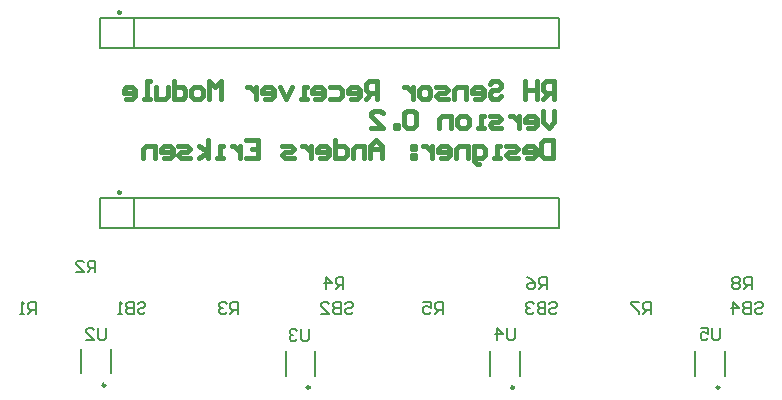
<source format=gbr>
%TF.GenerationSoftware,Altium Limited,Altium Designer,25.6.2 (33)*%
G04 Layer_Color=32896*
%FSLAX45Y45*%
%MOMM*%
%TF.SameCoordinates,85768DE1-254B-4F2A-BBB9-FB77CA5A1332*%
%TF.FilePolarity,Positive*%
%TF.FileFunction,Legend,Bot*%
%TF.Part,Single*%
G01*
G75*
%TA.AperFunction,NonConductor*%
%ADD27C,0.25000*%
%ADD28C,0.20000*%
%ADD31C,0.40000*%
D27*
X1079300Y2207000D02*
G03*
X1079300Y2207000I-12500J0D01*
G01*
X6147500Y554792D02*
G03*
X6147500Y554792I-12500J0D01*
G01*
X2677500D02*
G03*
X2677500Y554792I-12500J0D01*
G01*
X4407500D02*
G03*
X4407500Y554792I-12500J0D01*
G01*
X947500Y574792D02*
G03*
X947500Y574792I-12500J0D01*
G01*
X1079300Y3731000D02*
G03*
X1079300Y3731000I-12500J0D01*
G01*
D28*
X901800Y1905000D02*
X4787800D01*
Y2159000D01*
X901800D02*
X4787800D01*
X901800Y1905000D02*
Y2159000D01*
X1193800Y1905000D02*
Y2159000D01*
X6196250Y655000D02*
Y865000D01*
X5943750Y655000D02*
Y865000D01*
X2726250Y655000D02*
Y865000D01*
X2473750Y655000D02*
Y865000D01*
X4456250Y655000D02*
Y865000D01*
X4203750Y655000D02*
Y865000D01*
X743750Y675000D02*
Y885000D01*
X996250Y675000D02*
Y885000D01*
X1193800Y3429000D02*
Y3683000D01*
X901800Y3429000D02*
Y3683000D01*
X4787800D01*
Y3429000D02*
Y3683000D01*
X901800Y3429000D02*
X4787800D01*
X6153306Y1059984D02*
Y976677D01*
X6136645Y960016D01*
X6103323D01*
X6086661Y976677D01*
Y1059984D01*
X5986694D02*
X6053339D01*
Y1010000D01*
X6020016Y1026661D01*
X6003355D01*
X5986694Y1010000D01*
Y976677D01*
X6003355Y960016D01*
X6036677D01*
X6053339Y976677D01*
X4413306Y1059984D02*
Y976677D01*
X4396645Y960016D01*
X4363322D01*
X4346661Y976677D01*
Y1059984D01*
X4263355Y960016D02*
Y1059984D01*
X4313339Y1010000D01*
X4246694D01*
X2673306Y1049984D02*
Y966678D01*
X2656645Y950016D01*
X2623322D01*
X2606661Y966678D01*
Y1049984D01*
X2573339Y1033323D02*
X2556677Y1049984D01*
X2523355D01*
X2506693Y1033323D01*
Y1016661D01*
X2523355Y1000000D01*
X2540016D01*
X2523355D01*
X2506693Y983339D01*
Y966678D01*
X2523355Y950016D01*
X2556677D01*
X2573339Y966678D01*
X6446645Y1263323D02*
X6463306Y1279984D01*
X6496629D01*
X6513290Y1263323D01*
Y1246661D01*
X6496629Y1230000D01*
X6463306D01*
X6446645Y1213339D01*
Y1196678D01*
X6463306Y1180016D01*
X6496629D01*
X6513290Y1196678D01*
X6413322Y1279984D02*
Y1180016D01*
X6363339D01*
X6346677Y1196678D01*
Y1213339D01*
X6363339Y1230000D01*
X6413322D01*
X6363339D01*
X6346677Y1246661D01*
Y1263323D01*
X6363339Y1279984D01*
X6413322D01*
X6263371Y1180016D02*
Y1279984D01*
X6313355Y1230000D01*
X6246710D01*
X4706645Y1263323D02*
X4723307Y1279984D01*
X4756629D01*
X4773290Y1263323D01*
Y1246661D01*
X4756629Y1230000D01*
X4723307D01*
X4706645Y1213339D01*
Y1196678D01*
X4723307Y1180016D01*
X4756629D01*
X4773290Y1196678D01*
X4673323Y1279984D02*
Y1180016D01*
X4623339D01*
X4606678Y1196678D01*
Y1213339D01*
X4623339Y1230000D01*
X4673323D01*
X4623339D01*
X4606678Y1246661D01*
Y1263323D01*
X4623339Y1279984D01*
X4673323D01*
X4573355Y1263323D02*
X4556693Y1279984D01*
X4523371D01*
X4506710Y1263323D01*
Y1246661D01*
X4523371Y1230000D01*
X4540032D01*
X4523371D01*
X4506710Y1213339D01*
Y1196678D01*
X4523371Y1180016D01*
X4556693D01*
X4573355Y1196678D01*
X2976645Y1263323D02*
X2993306Y1279984D01*
X3026629D01*
X3043290Y1263323D01*
Y1246661D01*
X3026629Y1230000D01*
X2993306D01*
X2976645Y1213339D01*
Y1196678D01*
X2993306Y1180016D01*
X3026629D01*
X3043290Y1196678D01*
X2943323Y1279984D02*
Y1180016D01*
X2893339D01*
X2876678Y1196678D01*
Y1213339D01*
X2893339Y1230000D01*
X2943323D01*
X2893339D01*
X2876678Y1246661D01*
Y1263323D01*
X2893339Y1279984D01*
X2943323D01*
X2776710Y1180016D02*
X2843355D01*
X2776710Y1246661D01*
Y1263323D01*
X2793371Y1279984D01*
X2826693D01*
X2843355Y1263323D01*
X1219984D02*
X1236645Y1279984D01*
X1269967D01*
X1286629Y1263323D01*
Y1246661D01*
X1269967Y1230000D01*
X1236645D01*
X1219984Y1213339D01*
Y1196678D01*
X1236645Y1180016D01*
X1269967D01*
X1286629Y1196678D01*
X1186661Y1279984D02*
Y1180016D01*
X1136677D01*
X1120016Y1196678D01*
Y1213339D01*
X1136677Y1230000D01*
X1186661D01*
X1136677D01*
X1120016Y1246661D01*
Y1263323D01*
X1136677Y1279984D01*
X1186661D01*
X1086693Y1180016D02*
X1053371D01*
X1070032D01*
Y1279984D01*
X1086693Y1263323D01*
X6423306Y1390016D02*
Y1489984D01*
X6373323D01*
X6356661Y1473322D01*
Y1440000D01*
X6373323Y1423339D01*
X6423306D01*
X6389984D02*
X6356661Y1390016D01*
X6323339Y1473322D02*
X6306677Y1489984D01*
X6273355D01*
X6256694Y1473322D01*
Y1456661D01*
X6273355Y1440000D01*
X6256694Y1423339D01*
Y1406677D01*
X6273355Y1390016D01*
X6306677D01*
X6323339Y1406677D01*
Y1423339D01*
X6306677Y1440000D01*
X6323339Y1456661D01*
Y1473322D01*
X6306677Y1440000D02*
X6273355D01*
X5563306Y1180016D02*
Y1279984D01*
X5513322D01*
X5496661Y1263323D01*
Y1230000D01*
X5513322Y1213339D01*
X5563306D01*
X5529984D02*
X5496661Y1180016D01*
X5463339Y1279984D02*
X5396694D01*
Y1263323D01*
X5463339Y1196678D01*
Y1180016D01*
X4683306Y1390016D02*
Y1489984D01*
X4633322D01*
X4616661Y1473322D01*
Y1440000D01*
X4633322Y1423339D01*
X4683306D01*
X4649984D02*
X4616661Y1390016D01*
X4516694Y1489984D02*
X4550016Y1473322D01*
X4583339Y1440000D01*
Y1406677D01*
X4566677Y1390016D01*
X4533355D01*
X4516694Y1406677D01*
Y1423339D01*
X4533355Y1440000D01*
X4583339D01*
X3803306Y1180016D02*
Y1279984D01*
X3753322D01*
X3736661Y1263323D01*
Y1230000D01*
X3753322Y1213339D01*
X3803306D01*
X3769984D02*
X3736661Y1180016D01*
X3636694Y1279984D02*
X3703339D01*
Y1230000D01*
X3670016Y1246661D01*
X3653355D01*
X3636694Y1230000D01*
Y1196678D01*
X3653355Y1180016D01*
X3686677D01*
X3703339Y1196678D01*
X2963306Y1390016D02*
Y1489984D01*
X2913323D01*
X2896661Y1473322D01*
Y1440000D01*
X2913323Y1423339D01*
X2963306D01*
X2929984D02*
X2896661Y1390016D01*
X2813355D02*
Y1489984D01*
X2863339Y1440000D01*
X2796694D01*
X2073306Y1180016D02*
Y1279984D01*
X2023323D01*
X2006661Y1263323D01*
Y1230000D01*
X2023323Y1213339D01*
X2073306D01*
X2039984D02*
X2006661Y1180016D01*
X1973339Y1263323D02*
X1956677Y1279984D01*
X1923355D01*
X1906694Y1263323D01*
Y1246661D01*
X1923355Y1230000D01*
X1940016D01*
X1923355D01*
X1906694Y1213339D01*
Y1196678D01*
X1923355Y1180016D01*
X1956677D01*
X1973339Y1196678D01*
X863306Y1530016D02*
Y1629984D01*
X813322D01*
X796661Y1613322D01*
Y1580000D01*
X813322Y1563339D01*
X863306D01*
X829984D02*
X796661Y1530016D01*
X696694D02*
X763339D01*
X696694Y1596661D01*
Y1613322D01*
X713355Y1629984D01*
X746677D01*
X763339Y1613322D01*
X356645Y1180016D02*
Y1279984D01*
X306661D01*
X290000Y1263323D01*
Y1230000D01*
X306661Y1213339D01*
X356645D01*
X323322D02*
X290000Y1180016D01*
X256677D02*
X223355D01*
X240016D01*
Y1279984D01*
X256677Y1263323D01*
X953306Y1059984D02*
Y976677D01*
X936645Y960016D01*
X903323D01*
X886661Y976677D01*
Y1059984D01*
X786694Y960016D02*
X853339D01*
X786694Y1026661D01*
Y1043323D01*
X803355Y1059984D01*
X836677D01*
X853339Y1043323D01*
D31*
X4750000Y2899951D02*
Y2799984D01*
X4700016Y2750000D01*
X4650033Y2799984D01*
Y2899951D01*
X4525073Y2750000D02*
X4575057D01*
X4600049Y2774992D01*
Y2824976D01*
X4575057Y2849967D01*
X4525073D01*
X4500081Y2824976D01*
Y2799984D01*
X4600049D01*
X4450097Y2849967D02*
Y2750000D01*
Y2799984D01*
X4425105Y2824976D01*
X4400113Y2849967D01*
X4375122D01*
X4300146Y2750000D02*
X4225170D01*
X4200178Y2774992D01*
X4225170Y2799984D01*
X4275154D01*
X4300146Y2824976D01*
X4275154Y2849967D01*
X4200178D01*
X4150194Y2750000D02*
X4100210D01*
X4125203D01*
Y2849967D01*
X4150194D01*
X4000243Y2750000D02*
X3950259D01*
X3925267Y2774992D01*
Y2824976D01*
X3950259Y2849967D01*
X4000243D01*
X4025235Y2824976D01*
Y2774992D01*
X4000243Y2750000D01*
X3875283D02*
Y2849967D01*
X3800308D01*
X3775316Y2824976D01*
Y2750000D01*
X3575380Y2874959D02*
X3550389Y2899951D01*
X3500405D01*
X3475413Y2874959D01*
Y2774992D01*
X3500405Y2750000D01*
X3550389D01*
X3575380Y2774992D01*
Y2874959D01*
X3425429Y2750000D02*
Y2774992D01*
X3400437D01*
Y2750000D01*
X3425429D01*
X3200502D02*
X3300469D01*
X3200502Y2849967D01*
Y2874959D01*
X3225494Y2899951D01*
X3275478D01*
X3300469Y2874959D01*
X4740000Y2649935D02*
Y2499984D01*
X4665024D01*
X4640033Y2524976D01*
Y2624943D01*
X4665024Y2649935D01*
X4740000D01*
X4515073Y2499984D02*
X4565057D01*
X4590049Y2524976D01*
Y2574960D01*
X4565057Y2599951D01*
X4515073D01*
X4490081Y2574960D01*
Y2549968D01*
X4590049D01*
X4440097Y2499984D02*
X4365122D01*
X4340130Y2524976D01*
X4365122Y2549968D01*
X4415105D01*
X4440097Y2574960D01*
X4415105Y2599951D01*
X4340130D01*
X4290146Y2499984D02*
X4240162D01*
X4265154D01*
Y2599951D01*
X4290146D01*
X4115202Y2450000D02*
X4090211D01*
X4065219Y2474992D01*
Y2599951D01*
X4140194D01*
X4165186Y2574960D01*
Y2524976D01*
X4140194Y2499984D01*
X4065219D01*
X4015235D02*
Y2599951D01*
X3940259D01*
X3915267Y2574960D01*
Y2499984D01*
X3790308D02*
X3840292D01*
X3865283Y2524976D01*
Y2574960D01*
X3840292Y2599951D01*
X3790308D01*
X3765316Y2574960D01*
Y2549968D01*
X3865283D01*
X3715332Y2599951D02*
Y2499984D01*
Y2549968D01*
X3690340Y2574960D01*
X3665348Y2599951D01*
X3640356D01*
X3565380D02*
X3540389D01*
Y2574960D01*
X3565380D01*
Y2599951D01*
Y2524976D02*
X3540389D01*
Y2499984D01*
X3565380D01*
Y2524976D01*
X3290469Y2499984D02*
Y2599951D01*
X3240486Y2649935D01*
X3190502Y2599951D01*
Y2499984D01*
Y2574960D01*
X3290469D01*
X3140518Y2499984D02*
Y2599951D01*
X3065542D01*
X3040550Y2574960D01*
Y2499984D01*
X2890599Y2649935D02*
Y2499984D01*
X2965575D01*
X2990567Y2524976D01*
Y2574960D01*
X2965575Y2599951D01*
X2890599D01*
X2765639Y2499984D02*
X2815623D01*
X2840615Y2524976D01*
Y2574960D01*
X2815623Y2599951D01*
X2765639D01*
X2740648Y2574960D01*
Y2549968D01*
X2840615D01*
X2690664Y2599951D02*
Y2499984D01*
Y2549968D01*
X2665672Y2574960D01*
X2640680Y2599951D01*
X2615688D01*
X2540712Y2499984D02*
X2465736D01*
X2440745Y2524976D01*
X2465736Y2549968D01*
X2515720D01*
X2540712Y2574960D01*
X2515720Y2599951D01*
X2440745D01*
X2140842Y2649935D02*
X2240809D01*
Y2499984D01*
X2140842D01*
X2240809Y2574960D02*
X2190825D01*
X2090858Y2599951D02*
Y2499984D01*
Y2549968D01*
X2065866Y2574960D01*
X2040874Y2599951D01*
X2015882D01*
X1940906Y2499984D02*
X1890923D01*
X1915915D01*
Y2599951D01*
X1940906D01*
X1815947Y2499984D02*
Y2649935D01*
Y2549968D02*
X1740971Y2599951D01*
X1815947Y2549968D02*
X1740971Y2499984D01*
X1665995D02*
X1591020D01*
X1566028Y2524976D01*
X1591020Y2549968D01*
X1641004D01*
X1665995Y2574960D01*
X1641004Y2599951D01*
X1566028D01*
X1441068Y2499984D02*
X1491052D01*
X1516044Y2524976D01*
Y2574960D01*
X1491052Y2599951D01*
X1441068D01*
X1416076Y2574960D01*
Y2549968D01*
X1516044D01*
X1366093Y2499984D02*
Y2599951D01*
X1291117D01*
X1266125Y2574960D01*
Y2499984D01*
X4750000Y3000000D02*
Y3149951D01*
X4675024D01*
X4650033Y3124959D01*
Y3074976D01*
X4675024Y3049984D01*
X4750000D01*
X4700016D02*
X4650033Y3000000D01*
X4600049Y3149951D02*
Y3000000D01*
Y3074976D01*
X4500081D01*
Y3149951D01*
Y3000000D01*
X4200178Y3124959D02*
X4225170Y3149951D01*
X4275154D01*
X4300146Y3124959D01*
Y3099967D01*
X4275154Y3074976D01*
X4225170D01*
X4200178Y3049984D01*
Y3024992D01*
X4225170Y3000000D01*
X4275154D01*
X4300146Y3024992D01*
X4075219Y3000000D02*
X4125203D01*
X4150194Y3024992D01*
Y3074976D01*
X4125203Y3099967D01*
X4075219D01*
X4050227Y3074976D01*
Y3049984D01*
X4150194D01*
X4000243Y3000000D02*
Y3099967D01*
X3925267D01*
X3900275Y3074976D01*
Y3000000D01*
X3850292D02*
X3775316D01*
X3750324Y3024992D01*
X3775316Y3049984D01*
X3825300D01*
X3850292Y3074976D01*
X3825300Y3099967D01*
X3750324D01*
X3675348Y3000000D02*
X3625364D01*
X3600373Y3024992D01*
Y3074976D01*
X3625364Y3099967D01*
X3675348D01*
X3700340Y3074976D01*
Y3024992D01*
X3675348Y3000000D01*
X3550389Y3099967D02*
Y3000000D01*
Y3049984D01*
X3525397Y3074976D01*
X3500405Y3099967D01*
X3475413D01*
X3250486Y3000000D02*
Y3149951D01*
X3175510D01*
X3150518Y3124959D01*
Y3074976D01*
X3175510Y3049984D01*
X3250486D01*
X3200502D02*
X3150518Y3000000D01*
X3025559D02*
X3075542D01*
X3100534Y3024992D01*
Y3074976D01*
X3075542Y3099967D01*
X3025559D01*
X3000567Y3074976D01*
Y3049984D01*
X3100534D01*
X2850615Y3099967D02*
X2925591D01*
X2950583Y3074976D01*
Y3024992D01*
X2925591Y3000000D01*
X2850615D01*
X2725656D02*
X2775640D01*
X2800631Y3024992D01*
Y3074976D01*
X2775640Y3099967D01*
X2725656D01*
X2700664Y3074976D01*
Y3049984D01*
X2800631D01*
X2650680Y3000000D02*
X2600696D01*
X2625688D01*
Y3099967D01*
X2650680D01*
X2525720D02*
X2475736Y3000000D01*
X2425753Y3099967D01*
X2300793Y3000000D02*
X2350777D01*
X2375769Y3024992D01*
Y3074976D01*
X2350777Y3099967D01*
X2300793D01*
X2275801Y3074976D01*
Y3049984D01*
X2375769D01*
X2225817Y3099967D02*
Y3000000D01*
Y3049984D01*
X2200826Y3074976D01*
X2175834Y3099967D01*
X2150842D01*
X1925915Y3000000D02*
Y3149951D01*
X1875931Y3099967D01*
X1825947Y3149951D01*
Y3000000D01*
X1750971D02*
X1700987D01*
X1675996Y3024992D01*
Y3074976D01*
X1700987Y3099967D01*
X1750971D01*
X1775963Y3074976D01*
Y3024992D01*
X1750971Y3000000D01*
X1526044Y3149951D02*
Y3000000D01*
X1601020D01*
X1626012Y3024992D01*
Y3074976D01*
X1601020Y3099967D01*
X1526044D01*
X1476060D02*
Y3024992D01*
X1451068Y3000000D01*
X1376093D01*
Y3099967D01*
X1326109Y3000000D02*
X1276125D01*
X1301117D01*
Y3149951D01*
X1326109D01*
X1126174Y3000000D02*
X1176157D01*
X1201149Y3024992D01*
Y3074976D01*
X1176157Y3099967D01*
X1126174D01*
X1101182Y3074976D01*
Y3049984D01*
X1201149D01*
%TF.MD5,af61d26df4df1d7bb25ac59d0e5f4ef7*%
M02*

</source>
